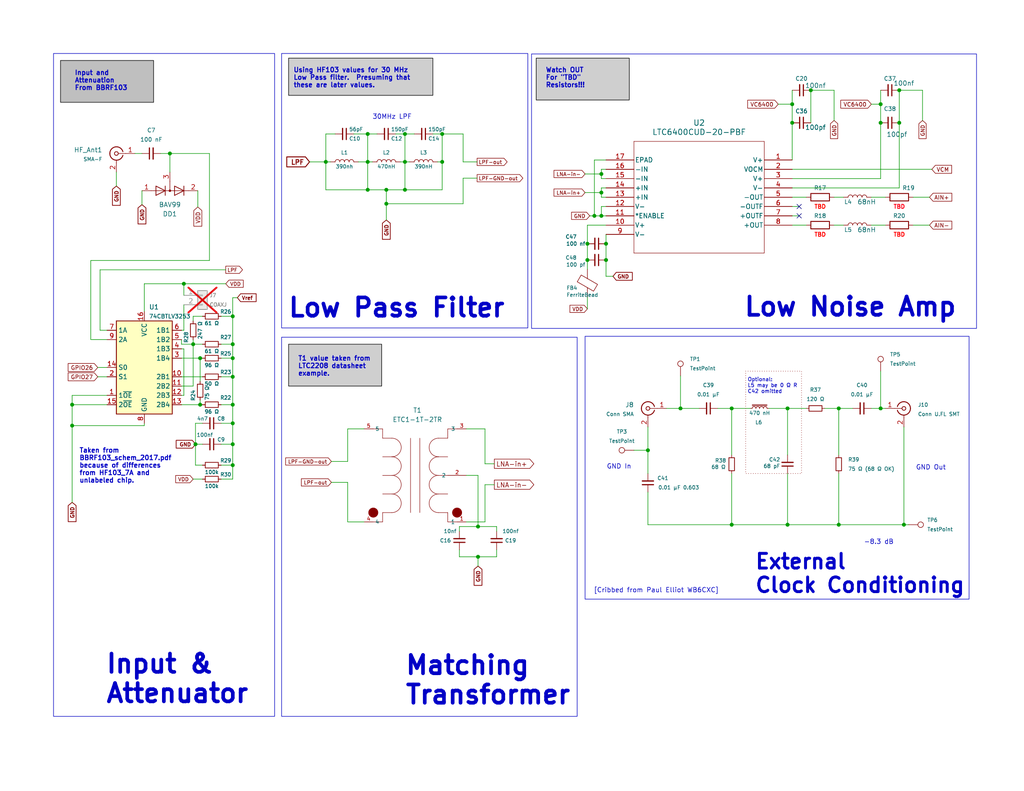
<source format=kicad_sch>
(kicad_sch (version 20231120) (generator "eeschema") (generator_version "8.0")
  (paper "USLetter")
  (title_block (title "XerxesSDR-Dual") (date "2025-04-28") (rev "0.0.1") (company "Dave Witten, KD0EAG; Tom  McDermott, N5EG; Franco Venturi, K4VZ") (comment 2 "[ A Minimalist Rework of HF-103 designed by Oskar Stella, ik1xpv ]") (comment 3 "Infineon/Cypress  FX3 DevKit and LTC2208 and Xilinx XC7-A35T ") (comment 4 "An initial work-in-progress design based on the based on the"))
  (lib_symbols
    (symbol "Analog_Switch:SN74CBT3253"
      (property "Reference" "U" (at -7.62 13.97 0))
      (property "Value" "SN74CBT3253" (at -11.43 -13.97 0))
      (symbol "SN74CBT3253_0_1"
        (rectangle (start -7.62 12.7) (end 7.62 -12.7) (stroke (width 0.254)) (fill (type background)))
        (rectangle (start 7.62 -12.7) (end 7.62 -12.7))
      )
      (symbol "SN74CBT3253_1_1"
        (pin input line (at -10.16 -7.62 0) (length 2.54) (name "1~{OE}") (number "1"))
        (pin bidirectional line (at 10.16 -2.54 180) (length 2.54) (name "2B1") (number "10"))
        (pin bidirectional line (at 10.16 -5.08 180) (length 2.54) (name "2B2") (number "11"))
        (pin bidirectional line (at 10.16 -7.62 180) (length 2.54) (name "2B3") (number "12"))
        (pin bidirectional line (at 10.16 -10.16 180) (length 2.54) (name "2B4") (number "13"))
        (pin input line (at -10.16 0 0) (length 2.54) (name "S0") (number "14"))
        (pin input line (at -10.16 -10.16 0) (length 2.54) (name "2~{OE}") (number "15"))
        (pin power_in line (at 0 15.24 270) (length 2.54) (name "VCC") (number "16"))
        (pin input line (at -10.16 -2.54 0) (length 2.54) (name "S1") (number "2"))
        (pin bidirectional line (at 10.16 2.54 180) (length 2.54) (name "1B4") (number "3"))
        (pin bidirectional line (at 10.16 5.08 180) (length 2.54) (name "1B3") (number "4"))
        (pin bidirectional line (at 10.16 7.62 180) (length 2.54) (name "1B2") (number "5"))
        (pin bidirectional line (at 10.16 10.16 180) (length 2.54) (name "1B1") (number "6"))
        (pin bidirectional line (at -10.16 10.16 0) (length 2.54) (name "1A") (number "7"))
        (pin power_in line (at 0 -15.24 90) (length 2.54) (name "GND") (number "8"))
        (pin bidirectional line (at -10.16 7.62 0) (length 2.54) (name "2A") (number "9"))
      )
    )
    (symbol "Conn_Coaxial_1" (pin_names (offset 1.016) hide)
      (property "Reference" "J" (at 0.254 3.048 0))
      (property "Value" "Conn_Coaxial" (at 2.921 0 90))
      (symbol "Conn_Coaxial_1_0_1"
        (arc (start -1.778 -0.508) (mid 0.2311 -1.8066) (end 1.778 0) (stroke (width 0.254)))
        (polyline (pts (xy -2.54 0) (xy -0.508 0)))
        (polyline (pts (xy 0 -2.54) (xy 0 -1.778)))
        (circle (center 0 0) (radius 0.508) (stroke (width 0.2032)))
        (arc (start 1.778 0) (mid 0.2099 1.8101) (end -1.778 0.508) (stroke (width 0.254)))
      )
      (symbol "Conn_Coaxial_1_1_1"
        (pin passive line (at -5.08 0 0) (length 2.54) (name "In") (number "1"))
        (pin passive line (at 0 -5.08 90) (length 2.54) (name "Ext") (number "2"))
      )
    )
    (symbol "Connector:Conn_Coaxial" (pin_names (offset 1.016) hide)
      (property "Reference" "J" (at 0.254 3.048 0))
      (property "Value" "Conn_Coaxial" (at 2.921 0 90))
      (symbol "Conn_Coaxial_0_1"
        (arc (start -1.778 -0.508) (mid 0.2311 -1.8066) (end 1.778 0) (stroke (width 0.254)))
        (polyline (pts (xy -2.54 0) (xy -0.508 0)))
        (polyline (pts (xy 0 -2.54) (xy 0 -1.778)))
        (circle (center 0 0) (radius 0.508) (stroke (width 0.2032)))
        (arc (start 1.778 0) (mid 0.2099 1.8101) (end -1.778 0.508) (stroke (width 0.254)))
      )
      (symbol "Conn_Coaxial_1_1"
        (pin passive line (at -5.08 0 0) (length 2.54) (name "In") (number "1"))
        (pin passive line (at 0 -5.08 90) (length 2.54) (name "Ext") (number "2"))
      )
    )
    (symbol "Connector:TestPoint" (pin_numbers hide) (pin_names (offset 0.762) hide)
      (property "Reference" "TP" (at 0 6.858 0))
      (property "Value" "TestPoint" (at 0 5.08 0))
      (symbol "TestPoint_0_1"
        (circle (center 0 3.302) (radius 0.762))
      )
      (symbol "TestPoint_1_1"
        (pin passive line (at 0 0 90) (length 2.54) (name "1") (number "1"))
      )
    )
    (symbol "Connector_Generic:Conn_01x02" (pin_names (offset 1.016) hide)
      (property "Reference" "J" (at 0 2.54 0))
      (property "Value" "Conn_01x02" (at 0 -5.08 0))
      (symbol "Conn_01x02_1_1"
        (rectangle (start -1.27 -2.413) (end 0 -2.667) (stroke (width 0.1524)))
        (rectangle (start -1.27 0.127) (end 0 -0.127) (stroke (width 0.1524)))
        (rectangle (start -1.27 1.27) (end 1.27 -3.81) (stroke (width 0.254)) (fill (type background)))
        (pin passive line (at -5.08 0 0) (length 3.81) (name "Pin_1") (number "1"))
        (pin passive line (at -5.08 -2.54 0) (length 3.81) (name "Pin_2") (number "2"))
      )
    )
    (symbol "Device:C_Small" (pin_numbers hide) (pin_names (offset 0.254) hide)
      (property "Reference" "C" (at 0.254 1.778 0))
      (property "Value" "C_Small" (at 0.254 -2.032 0))
      (symbol "C_Small_0_1"
        (polyline (pts (xy -1.524 -0.508) (xy 1.524 -0.508)) (stroke (width 0.3302)))
        (polyline (pts (xy -1.524 0.508) (xy 1.524 0.508)) (stroke (width 0.3048)))
      )
      (symbol "C_Small_1_1"
        (pin passive line (at 0 2.54 270) (length 2.032) (name "~") (number "1"))
        (pin passive line (at 0 -2.54 90) (length 2.032) (name "~") (number "2"))
      )
    )
    (symbol "Device:FerriteBead" (pin_numbers hide) (pin_names (offset 0))
      (property "Reference" "FB" (at -3.81 0.635 90))
      (property "Value" "FerriteBead" (at 3.81 0 90))
      (symbol "FerriteBead_0_1"
        (polyline (pts (xy 0 -1.27) (xy 0 -1.2192)))
        (polyline (pts (xy 0 1.27) (xy 0 1.2954)))
        (polyline (pts (xy -2.7686 0.4064) (xy -1.7018 2.2606) (xy 2.7686 -0.3048) (xy 1.6764 -2.159) (xy -2.7686 0.4064)))
      )
      (symbol "FerriteBead_1_1"
        (pin passive line (at 0 3.81 270) (length 2.54) (name "~") (number "1"))
        (pin passive line (at 0 -3.81 90) (length 2.54) (name "~") (number "2"))
      )
    )
    (symbol "Device:L" (pin_numbers hide) (pin_names (offset 1.016) hide)
      (property "Reference" "L" (at -1.27 0 90))
      (property "Value" "L" (at 1.905 0 90))
      (symbol "L_0_1"
        (arc (start 0 -2.54) (mid 0.6323 -1.905) (end 0 -1.27))
        (arc (start 0 -1.27) (mid 0.6323 -0.635) (end 0 0))
        (arc (start 0 0) (mid 0.6323 0.635) (end 0 1.27))
        (arc (start 0 1.27) (mid 0.6323 1.905) (end 0 2.54))
      )
      (symbol "L_1_1"
        (pin passive line (at 0 3.81 270) (length 1.27) (name "1") (number "1"))
        (pin passive line (at 0 -3.81 90) (length 1.27) (name "2") (number "2"))
      )
    )
    (symbol "Device:L_Iron_Small" (pin_numbers hide) (pin_names (offset 0.254) hide)
      (property "Reference" "L" (at 1.27 1.016 0))
      (property "Value" "L_Iron_Small" (at 1.27 -1.27 0))
      (symbol "L_Iron_Small_0_1"
        (arc (start 0 -2.032) (mid 0.5058 -1.524) (end 0 -1.016))
        (arc (start 0 -1.016) (mid 0.5058 -0.508) (end 0 0))
        (polyline (pts (xy 0.762 2.032) (xy 0.762 -2.032)))
        (polyline (pts (xy 1.016 -2.032) (xy 1.016 2.032)))
        (arc (start 0 0) (mid 0.5058 0.508) (end 0 1.016))
        (arc (start 0 1.016) (mid 0.5058 1.524) (end 0 2.032))
      )
      (symbol "L_Iron_Small_1_1"
        (pin passive line (at 0 2.54 270) (length 0.508) (name "~") (number "1"))
        (pin passive line (at 0 -2.54 90) (length 0.508) (name "~") (number "2"))
      )
    )
    (symbol "Device:R" (pin_numbers hide) (pin_names (offset 0))
      (property "Reference" "R" (at 2.032 0 90))
      (property "Value" "R" (at 0 0 90))
      (symbol "R_0_1"
        (rectangle (start -1.016 -2.54) (end 1.016 2.54) (stroke (width 0.254)))
      )
      (symbol "R_1_1"
        (pin passive line (at 0 3.81 270) (length 1.27) (name "~") (number "1"))
        (pin passive line (at 0 -3.81 90) (length 1.27) (name "~") (number "2"))
      )
    )
    (symbol "Device:R_Small" (pin_numbers hide) (pin_names (offset 0.254) hide)
      (property "Reference" "R" (at 0.762 0.508 0))
      (property "Value" "R_Small" (at 0.762 -1.016 0))
      (symbol "R_Small_0_1"
        (rectangle (start -0.762 1.778) (end 0.762 -1.778) (stroke (width 0.2032)))
      )
      (symbol "R_Small_1_1"
        (pin passive line (at 0 2.54 270) (length 0.762) (name "~") (number "1"))
        (pin passive line (at 0 -2.54 90) (length 0.762) (name "~") (number "2"))
      )
    )
    (symbol "Diode:BAV99" (pin_names hide)
      (property "Reference" "D" (at 0 5.08 0))
      (property "Value" "BAV99" (at 0 2.54 0))
      (symbol "BAV99_0_1"
        (polyline (pts (xy -5.08 0) (xy 5.08 0)))
      )
      (symbol "BAV99_1_1"
        (polyline (pts (xy 0 0) (xy 0 -2.54)))
        (polyline (pts (xy -1.27 -1.27) (xy -1.27 1.27) (xy -1.27 1.27)) (stroke (width 0.2032)))
        (polyline (pts (xy 3.81 1.27) (xy 3.81 -1.27) (xy 3.81 -1.27)) (stroke (width 0.2032)))
        (polyline (pts (xy -3.81 1.27) (xy -1.27 0) (xy -3.81 -1.27) (xy -3.81 1.27) (xy -3.81 1.27) (xy -3.81 1.27)) (stroke (width 0.2032)))
        (polyline (pts (xy 1.27 1.27) (xy 3.81 0) (xy 1.27 -1.27) (xy 1.27 1.27) (xy 1.27 1.27) (xy 1.27 1.27)) (stroke (width 0.2032)))
        (circle (center 0 0) (radius 0.254) (fill (type outline)))
        (pin passive line (at -7.62 0 0) (length 2.54) (name "K") (number "1"))
        (pin passive line (at 7.62 0 180) (length 2.54) (name "A") (number "2"))
        (pin passive line (at 0 -5.08 90) (length 2.54) (name "K") (number "3"))
      )
    )
    (symbol "HF103-redux:LTC6400CUD-20-PBF" (pin_names (offset 0.254))
      (property "Reference" "U" (at 25.4 10.16 0))
      (property "Value" "LTC6400CUD-20-PBF" (at 25.4 7.62 0))
      (symbol "LTC6400CUD-20-PBF_0_1"
        (polyline (pts (xy 7.62 -25.4) (xy 43.18 -25.4)) (stroke (width 0.127)))
        (polyline (pts (xy 7.62 5.08) (xy 7.62 -25.4)) (stroke (width 0.127)))
        (polyline (pts (xy 43.18 -25.4) (xy 43.18 5.08)) (stroke (width 0.127)))
        (polyline (pts (xy 43.18 5.08) (xy 7.62 5.08)) (stroke (width 0.127)))
        (pin power_in line (at 0 0 0) (length 7.62) (name "V+") (number "1"))
        (pin power_in line (at 50.8 -17.78 180) (length 7.62) (name "V+") (number "10"))
        (pin input line (at 50.8 -15.24 180) (length 7.62) (name "*ENABLE") (number "11"))
        (pin power_in line (at 50.8 -12.7 180) (length 7.62) (name "V-") (number "12"))
        (pin input line (at 50.8 -10.16 180) (length 7.62) (name "+IN") (number "13"))
        (pin input line (at 50.8 -7.62 180) (length 7.62) (name "+IN") (number "14"))
        (pin input line (at 50.8 -5.08 180) (length 7.62) (name "-IN") (number "15"))
        (pin input line (at 50.8 -2.54 180) (length 7.62) (name "-IN") (number "16"))
        (pin unspecified line (at 50.8 0 180) (length 7.62) (name "EPAD") (number "17"))
        (pin output line (at 0 -2.54 0) (length 7.62) (name "VOCM") (number "2"))
        (pin power_in line (at 0 -5.08 0) (length 7.62) (name "V+") (number "3"))
        (pin power_in line (at 0 -7.62 0) (length 7.62) (name "V-") (number "4"))
        (pin output line (at 0 -10.16 0) (length 7.62) (name "-OUT") (number "5"))
        (pin output line (at 0 -12.7 0) (length 7.62) (name "-OUTF") (number "6"))
        (pin output line (at 0 -15.24 0) (length 7.62) (name "+OUTF") (number "7"))
        (pin output line (at 0 -17.78 0) (length 7.62) (name "+OUT") (number "8"))
        (pin power_in line (at 50.8 -20.32 180) (length 7.62) (name "V-") (number "9"))
      )
    )
    (symbol "MACOM_ETC1-1T-2TR:ETC1-1T-2TR"
      (property "Reference" "T2" (at 30.48 -0.6667 90))
      (property "Value" "ETC1-1T-2TR" (at 27.94 -0.6667 90))
      (property "Footprint" "MACOM_ETC1-1T-2TR:ETC1-1-13TR_MCM" (at 44.45 -94.92 0))
      (symbol "ETC1-1T-2TR_0_1"
        (polyline (pts (xy 0 -10.16) (xy 0 -12.7)) (stroke (width 0.127)))
        (polyline (pts (xy 0 10.16) (xy 0 7.62)) (stroke (width 0.127)))
        (polyline (pts (xy 2.54 -10.16) (xy 0 -10.16)) (stroke (width 0.127)))
        (polyline (pts (xy 2.54 -7.62) (xy 2.54 -10.16)) (stroke (width 0.127)))
        (polyline (pts (xy 2.54 -2.54) (xy 22.86 -2.54)) (stroke (width 0.127)))
        (polyline (pts (xy 2.54 0) (xy 22.86 0)) (stroke (width 0.127)))
        (polyline (pts (xy 2.54 5.08) (xy 2.54 7.62)) (stroke (width 0.127)))
        (polyline (pts (xy 2.54 7.62) (xy 0 7.62)) (stroke (width 0.127)))
        (polyline (pts (xy 7.62 -7.62) (xy 7.62 -10.16)) (stroke (width 0.127)))
        (polyline (pts (xy 7.62 5.08) (xy 7.62 7.62)) (stroke (width 0.127)))
        (polyline (pts (xy 12.7 -7.62) (xy 12.7 -10.16)) (stroke (width 0.127)))
        (polyline (pts (xy 12.7 5.08) (xy 12.7 7.62)) (stroke (width 0.127)))
        (polyline (pts (xy 17.78 -7.62) (xy 17.78 -10.16)) (stroke (width 0.127)))
        (polyline (pts (xy 17.78 5.08) (xy 17.78 7.62)) (stroke (width 0.127)))
        (polyline (pts (xy 22.86 -10.16) (xy 25.4 -10.16)) (stroke (width 0.127)))
        (polyline (pts (xy 22.86 -7.62) (xy 22.86 -10.16)) (stroke (width 0.127)))
        (polyline (pts (xy 22.86 5.08) (xy 22.86 7.62)) (stroke (width 0.127)))
        (polyline (pts (xy 22.86 7.62) (xy 25.4 7.62)) (stroke (width 0.127)))
        (polyline (pts (xy 25.4 -12.7) (xy 25.4 -10.16)) (stroke (width 0.127)))
        (polyline (pts (xy 25.4 10.16) (xy 25.4 7.62)) (stroke (width 0.127)))
        (arc (start 2.54 5.08) (mid 5.08 2.551) (end 7.62 5.08) (stroke (width 0.127)))
        (arc (start 7.62 -7.62) (mid 5.08 -5.091) (end 2.54 -7.62) (stroke (width 0.127)))
        (arc (start 7.62 5.08) (mid 10.16 2.551) (end 12.7 5.08) (stroke (width 0.127)))
        (arc (start 12.7 -7.62) (mid 10.16 -5.091) (end 7.62 -7.62) (stroke (width 0.127)))
        (arc (start 12.7 5.08) (mid 15.24 2.551) (end 17.78 5.08) (stroke (width 0.127)))
        (arc (start 17.78 -7.62) (mid 15.24 -5.091) (end 12.7 -7.62) (stroke (width 0.127)))
        (arc (start 17.78 5.08) (mid 20.32 2.551) (end 22.86 5.08) (stroke (width 0.127)))
        (arc (start 22.86 -7.62) (mid 20.32 -5.091) (end 17.78 -7.62) (stroke (width 0.127)))
      )
      (symbol "ETC1-1T-2TR_1_1"
        (circle (center 2.54 -12.7) (radius 1.27) (fill (type outline)))
        (circle (center 2.54 10.16) (radius 1.27) (fill (type outline)))
        (pin passive line (at 0 12.7 270) (length 2.54) (name "1") (number "1"))
        (pin passive line (at 12.7 12.7 270) (length 5.08) (name "2") (number "2"))
        (pin passive line (at 25.4 12.7 270) (length 2.54) (name "3") (number "3"))
        (pin passive line (at 0 -15.24 90) (length 2.54) (name "4") (number "4"))
        (pin passive line (at 25.4 -15.24 90) (length 2.54) (name "5") (number "5"))
      )
    )
  )
  (junction (at 216.154 28.448))
  (junction (at 228.854 143.256))
  (junction (at 63.5 115.57))
  (junction (at 100.33 51.816))
  (junction (at 63.5 110.49))
  (junction (at 176.784 122.936))
  (junction (at 54.61 97.79))
  (junction (at 63.5 102.87))
  (junction (at 130.429 152.019))
  (junction (at 52.705 93.98))
  (junction (at 19.685 116.205))
  (junction (at 240.284 111.506))
  (junction (at 130.429 143.764))
  (junction (at 216.154 33.528))
  (junction (at 110.49 44.196))
  (junction (at 63.5 127))
  (junction (at 46.355 41.91))
  (junction (at 199.644 143.256))
  (junction (at 100.33 36.576))
  (junction (at 120.65 44.196))
  (junction (at 63.5 93.98))
  (junction (at 120.65 36.576))
  (junction (at 63.5 86.36))
  (junction (at 162.179 58.928))
  (junction (at 54.61 110.49))
  (junction (at 245.364 24.638))
  (junction (at 160.274 66.548))
  (junction (at 100.33 44.196))
  (junction (at 214.884 111.506))
  (junction (at 164.084 58.928))
  (junction (at 228.854 111.506))
  (junction (at 50.165 77.47))
  (junction (at 199.644 111.506))
  (junction (at 105.41 55.626))
  (junction (at 240.284 28.448))
  (junction (at 19.685 110.49))
  (junction (at 164.084 52.578))
  (junction (at 88.9 44.196))
  (junction (at 240.284 33.528))
  (junction (at 110.49 36.576))
  (junction (at 63.5 97.79))
  (junction (at 160.274 70.993))
  (junction (at 165.354 66.548))
  (junction (at 246.634 143.256))
  (junction (at 164.084 47.498))
  (junction (at 221.234 24.638))
  (junction (at 53.34 121.285))
  (junction (at 185.674 111.506))
  (junction (at 214.884 143.256))
  (junction (at 110.49 51.816))
  (junction (at 105.41 51.816))
  (junction (at 165.354 70.993))
  (junction (at 245.364 33.528))
  (junction (at 63.5 121.285))
  (no_connect (at 218.059 56.388))
  (no_connect (at 218.059 58.928))
  (wire (pts (xy 251.714 32.893) (xy 251.714 24.638)))
  (wire (pts (xy 60.325 93.98) (xy 63.5 93.98)))
  (wire (pts (xy 125.349 150.114) (xy 125.349 152.019)))
  (wire (pts (xy 46.355 41.91) (xy 46.355 46.99)))
  (wire (pts (xy 159.639 47.498) (xy 164.084 47.498)))
  (wire (pts (xy 249.174 61.468) (xy 253.619 61.468)))
  (wire (pts (xy 110.49 44.196) (xy 111.76 44.196)))
  (wire (pts (xy 52.705 93.98) (xy 52.705 105.41)))
  (wire (pts (xy 227.584 32.893) (xy 227.584 24.638)))
  (wire (pts (xy 130.429 143.764) (xy 135.509 143.764)))
  (wire (pts (xy 216.154 56.388) (xy 218.059 56.388)))
  (wire (pts (xy 159.639 52.578) (xy 164.084 52.578)))
  (wire (pts (xy 176.784 143.256) (xy 199.644 143.256)))
  (wire (pts (xy 225.044 111.506) (xy 228.854 111.506)))
  (wire (pts (xy 125.349 143.764) (xy 125.349 145.034)))
  (wire (pts (xy 57.15 41.91) (xy 57.15 71.12)))
  (wire (pts (xy 49.53 93.98) (xy 49.53 92.71)))
  (wire (pts (xy 126.365 44.196) (xy 126.365 36.576)))
  (wire (pts (xy 130.429 129.794) (xy 127.254 129.794)))
  (wire (pts (xy 160.274 61.468) (xy 160.274 66.548)))
  (wire (pts (xy 94.869 142.494) (xy 99.314 142.494)))
  (wire (pts (xy 109.22 44.196) (xy 110.49 44.196)))
  (wire (pts (xy 199.644 143.256) (xy 214.884 143.256)))
  (wire (pts (xy 245.364 24.638) (xy 245.364 33.528)))
  (wire (pts (xy 172.974 122.936) (xy 176.784 122.936)))
  (wire (pts (xy 227.584 53.848) (xy 230.124 53.848)))
  (wire (pts (xy 195.834 111.506) (xy 199.644 111.506)))
  (wire (pts (xy 24.765 92.71) (xy 29.21 92.71)))
  (wire (pts (xy 164.084 47.498) (xy 164.084 48.768)))
  (wire (pts (xy 130.429 154.559) (xy 130.429 152.019)))
  (wire (pts (xy 53.34 121.285) (xy 55.245 121.285)))
  (wire (pts (xy 60.325 130.81) (xy 63.5 130.81)))
  (wire (pts (xy 132.334 132.334) (xy 134.874 132.334)))
  (wire (pts (xy 19.685 110.49) (xy 29.21 110.49)))
  (wire (pts (xy 240.284 111.506) (xy 241.554 111.506)))
  (wire (pts (xy 100.33 44.196) (xy 101.6 44.196)))
  (wire (pts (xy 63.5 97.79) (xy 63.5 102.87)))
  (wire (pts (xy 19.685 107.95) (xy 19.685 110.49)))
  (wire (pts (xy 246.634 116.586) (xy 246.634 143.256)))
  (wire (pts (xy 39.37 77.47) (xy 50.165 77.47)))
  (wire (pts (xy 63.5 102.87) (xy 63.5 110.49)))
  (wire (pts (xy 60.325 115.57) (xy 63.5 115.57)))
  (wire (pts (xy 100.33 36.576) (xy 100.33 44.196)))
  (wire (pts (xy 127.254 117.094) (xy 132.334 117.094)))
  (wire (pts (xy 240.284 28.448) (xy 240.284 33.528)))
  (wire (pts (xy 107.95 36.576) (xy 110.49 36.576)))
  (wire (pts (xy 49.53 93.98) (xy 52.705 93.98)))
  (wire (pts (xy 52.705 86.36) (xy 55.245 86.36)))
  (wire (pts (xy 100.33 51.816) (xy 105.41 51.816)))
  (wire (pts (xy 88.9 44.196) (xy 90.17 44.196)))
  (wire (pts (xy 50.165 95.25) (xy 49.53 95.25)))
  (wire (pts (xy 165.354 66.548) (xy 165.354 70.993)))
  (wire (pts (xy 176.784 116.586) (xy 176.784 122.936)))
  (wire (pts (xy 54.61 109.22) (xy 54.61 110.49)))
  (wire (pts (xy 63.5 127) (xy 63.5 130.81)))
  (wire (pts (xy 160.274 66.548) (xy 160.274 70.993)))
  (wire (pts (xy 246.634 143.256) (xy 247.904 143.256)))
  (wire (pts (xy 105.41 51.816) (xy 105.41 55.626)))
  (wire (pts (xy 214.884 129.286) (xy 214.884 143.256)))
  (wire (pts (xy 27.305 90.17) (xy 27.305 73.66)))
  (wire (pts (xy 19.685 107.95) (xy 29.21 107.95)))
  (wire (pts (xy 110.49 51.816) (xy 120.65 51.816)))
  (wire (pts (xy 216.154 28.448) (xy 216.154 33.528)))
  (wire (pts (xy 216.154 58.928) (xy 218.059 58.928)))
  (wire (pts (xy 120.65 44.196) (xy 119.38 44.196)))
  (wire (pts (xy 164.084 48.768) (xy 165.354 48.768)))
  (wire (pts (xy 52.705 92.71) (xy 52.705 93.98)))
  (wire (pts (xy 162.179 43.688) (xy 162.179 58.928)))
  (wire (pts (xy 60.325 121.285) (xy 63.5 121.285)))
  (wire (pts (xy 199.644 129.286) (xy 199.644 143.256)))
  (wire (pts (xy 249.174 53.848) (xy 253.619 53.848)))
  (wire (pts (xy 126.365 44.196) (xy 130.175 44.196)))
  (wire (pts (xy 100.33 44.196) (xy 100.33 51.816)))
  (wire (pts (xy 120.65 44.196) (xy 120.65 51.816)))
  (wire (pts (xy 165.354 56.388) (xy 164.084 56.388)))
  (wire (pts (xy 214.884 111.506) (xy 214.884 124.206)))
  (wire (pts (xy 53.975 52.07) (xy 53.975 56.515)))
  (wire (pts (xy 216.154 53.848) (xy 219.964 53.848)))
  (wire (pts (xy 216.154 51.308) (xy 245.364 51.308)))
  (wire (pts (xy 245.364 33.528) (xy 245.364 51.308)))
  (wire (pts (xy 60.325 97.79) (xy 63.5 97.79)))
  (wire (pts (xy 160.909 58.928) (xy 162.179 58.928)))
  (wire (pts (xy 52.705 130.81) (xy 55.245 130.81)))
  (wire (pts (xy 110.49 36.576) (xy 110.49 44.196)))
  (wire (pts (xy 94.869 125.984) (xy 94.869 117.094)))
  (wire (pts (xy 130.429 143.764) (xy 130.429 129.794)))
  (wire (pts (xy 110.49 36.576) (xy 113.03 36.576)))
  (wire (pts (xy 97.79 44.196) (xy 100.33 44.196)))
  (wire (pts (xy 94.869 117.094) (xy 99.314 117.094)))
  (wire (pts (xy 126.365 36.576) (xy 120.65 36.576)))
  (wire (pts (xy 19.685 116.205) (xy 19.685 137.16)))
  (wire (pts (xy 237.744 111.506) (xy 240.284 111.506)))
  (wire (pts (xy 165.354 46.228) (xy 164.084 46.228)))
  (wire (pts (xy 125.349 143.764) (xy 130.429 143.764)))
  (wire (pts (xy 185.674 102.616) (xy 185.674 111.506)))
  (wire (pts (xy 31.75 46.99) (xy 31.75 50.8)))
  (wire (pts (xy 237.744 53.848) (xy 241.554 53.848)))
  (wire (pts (xy 214.884 143.256) (xy 228.854 143.256)))
  (wire (pts (xy 164.084 51.308) (xy 164.084 52.578)))
  (wire (pts (xy 110.49 44.196) (xy 110.49 51.816)))
  (wire (pts (xy 240.284 101.346) (xy 240.284 111.506)))
  (wire (pts (xy 160.274 70.993) (xy 160.274 73.533)))
  (wire (pts (xy 53.34 121.285) (xy 53.34 127)))
  (wire (pts (xy 49.53 105.41) (xy 52.705 105.41)))
  (wire (pts (xy 176.784 134.366) (xy 176.784 143.256)))
  (wire (pts (xy 36.83 41.91) (xy 38.735 41.91)))
  (wire (pts (xy 240.284 33.528) (xy 240.284 48.768)))
  (wire (pts (xy 55.245 115.57) (xy 53.34 115.57)))
  (wire (pts (xy 52.705 87.63) (xy 52.705 86.36)))
  (wire (pts (xy 90.424 131.699) (xy 94.869 131.699)))
  (wire (pts (xy 132.334 132.334) (xy 132.334 142.494)))
  (wire (pts (xy 221.234 33.528) (xy 221.234 24.638)))
  (wire (pts (xy 19.685 110.49) (xy 19.685 116.205)))
  (wire (pts (xy 43.815 41.91) (xy 46.355 41.91)))
  (wire (pts (xy 63.5 115.57) (xy 63.5 121.285)))
  (wire (pts (xy 240.284 24.638) (xy 240.284 28.448)))
  (wire (pts (xy 60.325 86.36) (xy 63.5 86.36)))
  (wire (pts (xy 165.354 64.008) (xy 165.354 66.548)))
  (wire (pts (xy 127.254 142.494) (xy 132.334 142.494)))
  (wire (pts (xy 118.11 36.576) (xy 120.65 36.576)))
  (wire (pts (xy 63.5 81.28) (xy 64.77 81.28)))
  (wire (pts (xy 130.429 152.019) (xy 125.349 152.019)))
  (wire (pts (xy 181.864 111.506) (xy 185.674 111.506)))
  (wire (pts (xy 126.365 55.626) (xy 126.365 48.641)))
  (wire (pts (xy 216.154 61.468) (xy 219.964 61.468)))
  (wire (pts (xy 237.744 61.468) (xy 241.554 61.468)))
  (wire (pts (xy 27.305 73.66) (xy 61.595 73.66)))
  (wire (pts (xy 63.5 121.285) (xy 63.5 127)))
  (wire (pts (xy 135.509 150.114) (xy 135.509 152.019)))
  (wire (pts (xy 88.9 44.196) (xy 88.9 51.816)))
  (wire (pts (xy 165.354 75.438) (xy 165.354 70.993)))
  (wire (pts (xy 63.5 93.98) (xy 63.5 97.79)))
  (wire (pts (xy 50.165 107.95) (xy 50.165 95.25)))
  (wire (pts (xy 228.854 129.286) (xy 228.854 143.256)))
  (wire (pts (xy 90.424 125.984) (xy 94.869 125.984)))
  (wire (pts (xy 216.154 24.638) (xy 216.154 28.448)))
  (wire (pts (xy 228.854 143.256) (xy 246.634 143.256)))
  (wire (pts (xy 50.165 83.185) (xy 50.165 90.17)))
  (wire (pts (xy 60.325 127) (xy 63.5 127)))
  (wire (pts (xy 52.705 93.98) (xy 55.245 93.98)))
  (wire (pts (xy 26.67 102.87) (xy 29.21 102.87)))
  (wire (pts (xy 227.584 61.468) (xy 230.124 61.468)))
  (wire (pts (xy 27.305 90.17) (xy 29.21 90.17)))
  (wire (pts (xy 105.41 55.626) (xy 126.365 55.626)))
  (wire (pts (xy 164.084 52.578) (xy 164.084 53.848)))
  (wire (pts (xy 94.869 142.494) (xy 94.869 131.699)))
  (wire (pts (xy 130.429 152.019) (xy 135.509 152.019)))
  (wire (pts (xy 162.179 58.928) (xy 164.084 58.928)))
  (wire (pts (xy 63.5 86.36) (xy 63.5 93.98)))
  (wire (pts (xy 49.53 102.87) (xy 55.245 102.87)))
  (wire (pts (xy 50.165 77.47) (xy 61.595 77.47)))
  (wire (pts (xy 216.154 46.228) (xy 254.254 46.228)))
  (wire (pts (xy 237.744 28.448) (xy 240.284 28.448)))
  (wire (pts (xy 24.765 71.12) (xy 24.765 92.71)))
  (wire (pts (xy 96.52 36.576) (xy 100.33 36.576)))
  (wire (pts (xy 212.344 28.448) (xy 216.154 28.448)))
  (wire (pts (xy 46.355 41.91) (xy 57.15 41.91)))
  (wire (pts (xy 100.33 36.576) (xy 102.87 36.576)))
  (wire (pts (xy 105.41 51.816) (xy 110.49 51.816)))
  (wire (pts (xy 165.354 61.468) (xy 160.274 61.468)))
  (wire (pts (xy 24.765 71.12) (xy 57.15 71.12)))
  (wire (pts (xy 251.714 24.638) (xy 245.364 24.638)))
  (wire (pts (xy 164.084 46.228) (xy 164.084 47.498)))
  (wire (pts (xy 53.34 115.57) (xy 53.34 121.285)))
  (wire (pts (xy 120.65 36.576) (xy 120.65 44.196)))
  (wire (pts (xy 88.9 36.576) (xy 88.9 44.196)))
  (wire (pts (xy 126.365 48.641) (xy 130.175 48.641)))
  (wire (pts (xy 164.084 56.388) (xy 164.084 58.928)))
  (wire (pts (xy 199.644 111.506) (xy 204.724 111.506)))
  (wire (pts (xy 49.53 90.17) (xy 50.165 90.17)))
  (wire (pts (xy 185.674 111.506) (xy 190.754 111.506)))
  (wire (pts (xy 165.354 43.688) (xy 162.179 43.688)))
  (wire (pts (xy 214.884 111.506) (xy 219.964 111.506)))
  (wire (pts (xy 53.34 127) (xy 55.245 127)))
  (wire (pts (xy 165.354 51.308) (xy 164.084 51.308)))
  (wire (pts (xy 60.325 102.87) (xy 63.5 102.87)))
  (wire (pts (xy 39.37 77.47) (xy 39.37 85.09)))
  (wire (pts (xy 167.259 75.438) (xy 165.354 75.438)))
  (wire (pts (xy 228.854 111.506) (xy 232.664 111.506)))
  (wire (pts (xy 50.165 77.47) (xy 50.165 80.645)))
  (wire (pts (xy 49.53 110.49) (xy 54.61 110.49)))
  (wire (pts (xy 176.784 122.936) (xy 176.784 129.286)))
  (wire (pts (xy 164.084 58.928) (xy 165.354 58.928)))
  (wire (pts (xy 160.274 81.153) (xy 160.274 84.328)))
  (wire (pts (xy 38.735 52.07) (xy 38.735 55.88)))
  (wire (pts (xy 19.685 116.205) (xy 39.37 116.205)))
  (wire (pts (xy 228.854 111.506) (xy 228.854 124.206)))
  (wire (pts (xy 105.41 55.626) (xy 105.41 60.071)))
  (wire (pts (xy 209.804 111.506) (xy 214.884 111.506)))
  (wire (pts (xy 227.584 24.638) (xy 221.234 24.638)))
  (wire (pts (xy 199.644 111.506) (xy 199.644 124.206)))
  (wire (pts (xy 60.325 110.49) (xy 63.5 110.49)))
  (wire (pts (xy 164.084 53.848) (xy 165.354 53.848)))
  (wire (pts (xy 49.53 97.79) (xy 54.61 97.79)))
  (wire (pts (xy 84.455 44.196) (xy 88.9 44.196)))
  (wire (pts (xy 49.53 107.95) (xy 50.165 107.95)))
  (wire (pts (xy 135.509 143.764) (xy 135.509 145.034)))
  (wire (pts (xy 88.9 51.816) (xy 100.33 51.816)))
  (wire (pts (xy 54.61 110.49) (xy 55.245 110.49)))
  (wire (pts (xy 216.154 48.768) (xy 240.284 48.768)))
  (wire (pts (xy 39.37 115.57) (xy 39.37 116.205)))
  (wire (pts (xy 216.154 33.528) (xy 216.154 43.688)))
  (wire (pts (xy 134.874 126.619) (xy 132.334 126.619)))
  (wire (pts (xy 63.5 86.36) (xy 63.5 81.28)))
  (wire (pts (xy 132.334 126.619) (xy 132.334 117.094)))
  (wire (pts (xy 63.5 110.49) (xy 63.5 115.57)))
  (wire (pts (xy 54.61 97.79) (xy 54.61 104.14)))
  (wire (pts (xy 26.67 100.33) (xy 29.21 100.33)))
  (wire (pts (xy 88.9 36.576) (xy 91.44 36.576)))
  (wire (pts (xy 54.61 97.79) (xy 55.245 97.79)))
  (rectangle (start 203.454 101.346) (end 218.694 129.286) (stroke (width 0) (type dot) (color 132 0 0 0.42)))
  (rectangle (start 76.835 92.075) (end 157.48 195.58))
  (rectangle (start 78.74 15.875) (end 118.11 26.035) (stroke (width 0) (color 0 0 0 1)) (fill (type color) (color 0 0 0 0.19)))
  (rectangle (start 78.74 93.98) (end 104.14 105.41) (stroke (width 0) (color 0 0 0 1)) (fill (type color) (color 0 0 0 0.19)))
  (rectangle (start 14.605 14.605) (end 74.93 195.58))
  (rectangle (start 76.835 14.605) (end 144.018 89.535))
  (rectangle (start 145.034 14.732) (end 266.446 89.662))
  (rectangle (start 16.51 16.51) (end 41.91 27.94) (stroke (width 0) (color 0 0 0 1)) (fill (type color) (color 72 72 72 0.35)))
  (rectangle (start 146.304 15.875) (end 171.704 27.305) (stroke (width 0) (color 0 0 0 1)) (fill (type color) (color 0 0 0 0.19)))
  (rectangle (start 159.639 91.821) (end 264.414 163.576))
  (text "Using HF103 values for 30 MHz\nLow Pass filter.  Presuming that\nthese are later values." (at 80.01 24.13 0) (effects (font (size 1.27 1.27) (bold yes)) (justify left bottom)))
  (text "-8.3 dB" (at 239.776 148.082 0) (effects (font (size 1.27 1.27))))
  (text "Optional:\nL5 may be 0 Ω R\nC42 omitted" (at 203.962 105.41 0) (effects (font (size 1 1)) (justify left)))
  (text "Low Pass Filter" (at 138.176 87.122 0) (effects (font (size 5 5) (thickness 1) (bold yes)) (justify right bottom)))
  (text "Low Noise Amp" (at 261.366 86.868 0) (effects (font (size 5 5) (bold yes)) (justify right bottom)))
  (text "T1 value taken from \nLTC2208 datasheet \nexample." (at 81.28 102.87 0) (effects (font (size 1.27 1.27) (bold yes)) (justify left bottom)))
  (text "GND In" (at 168.91 127.508 0) (effects (font (size 1.27 1.27))))
  (text "Input and\nAttenuation\nFrom BBRF103" (at 20.32 24.892 0) (effects (font (size 1.27 1.27) (bold yes)) (justify left bottom)))
  (text "Input &\nAttenuator" (at 28.575 192.405 0) (effects (font (size 5 5) (bold yes)) (justify left bottom)))
  (text "Taken from \nBBRF103_schem_2017.pdf\nbecause of differences \nfrom HF103_7A and \nunlabeled chip.\n" (at 21.59 132.08 0) (effects (font (size 1.27 1.27) (thickness 0.254) (bold yes)) (justify left bottom)))
  (text "GND Out" (at 254 127.762 0) (effects (font (size 1.27 1.27))))
  (text "External \nClock Conditioning" (at 205.74 162.306 0) (effects (font (size 4 4) (bold yes)) (justify left bottom)))
  (text "Watch OUT\nFor \"TBD\" \nResistors!!!" (at 148.844 24.13 0) (effects (font (size 1.27 1.27) (bold yes)) (justify left bottom)))
  (text "Matching\nTransformer" (at 110.236 192.786 0) (effects (font (size 5 5) (bold yes)) (justify left bottom)))
  (text "[Cribbed from Paul Elliot WB6CXC]" (at 179.07 161.29 0) (effects (font (size 1.27 1.27))))
  (text "30MHz LPF" (at 101.6 32.766 0) (effects (font (size 1.27 1.27)) (justify left bottom)))
  (global_label "GND" (shape input) (at 53.34 121.285 180) (effects (font (size 1 1) (bold yes))) (property "Intersheetrefs" "${INTERSHEET_REFS}" (at 47.5671 121.285 0) (effects (justify right))))
  (global_label "VDD" (shape input) (at 53.975 56.515 270) (effects (font (size 1.1 1.1))) (property "Intersheetrefs" "${INTERSHEET_REFS}" (at 53.975 62.1744 90) (effects (justify right))))
  (global_label "VC6400" (shape input) (at 237.744 28.448 180) (effects (font (size 1.1 1.1))) (property "Intersheetrefs" "${INTERSHEET_REFS}" (at 228.9942 28.448 0) (effects (justify right))))
  (global_label "GND" (shape input) (at 19.685 137.16 270) (effects (font (size 1 1) (bold yes))) (property "Intersheetrefs" "${INTERSHEET_REFS}" (at 19.685 142.9329 90) (effects (justify right))))
  (global_label "LNA-in+" (shape output) (at 134.874 126.619 0) (property "Intersheetrefs" "${INTERSHEET_REFS}" (at 146.205 126.619 0) (effects (justify left))))
  (global_label "AIN+" (shape input) (at 253.619 53.848 0) (effects (font (size 1.1 1.1))) (property "Intersheetrefs" "${INTERSHEET_REFS}" (at 260.1165 53.848 0) (effects (justify left))))
  (global_label "LPF" (shape input) (at 84.455 44.196 180) (effects (font (thickness 0.254) (bold yes))) (property "Intersheetrefs" "${INTERSHEET_REFS}" (at 77.6071 44.196 0) (effects (justify right))))
  (global_label "LNA-in+" (shape input) (at 159.639 52.578 180) (effects (font (size 1 1))) (property "Intersheetrefs" "${INTERSHEET_REFS}" (at 150.7173 52.578 0) (effects (justify right))))
  (global_label "LPF-GND-out" (shape output) (at 130.175 48.641 0) (effects (font (size 1 1))) (property "Intersheetrefs" "${INTERSHEET_REFS}" (at 143.0967 48.641 0) (effects (justify left))))
  (global_label "GND" (shape input) (at 31.75 50.8 270) (effects (font (size 1 1) (bold yes))) (property "Intersheetrefs" "${INTERSHEET_REFS}" (at 31.75 56.5729 90) (effects (justify right))))
  (global_label "GND" (shape input) (at 167.259 75.438 0) (effects (font (size 1 1) (thickness 0.2) (bold yes))) (property "Intersheetrefs" "${INTERSHEET_REFS}" (at 173.0319 75.438 0) (effects (justify left))))
  (global_label "GND" (shape input) (at 38.735 55.88 270) (effects (font (size 1 1) (bold yes))) (property "Intersheetrefs" "${INTERSHEET_REFS}" (at 38.735 61.6529 90) (effects (justify right))))
  (global_label "GND" (shape input) (at 105.41 60.071 270) (effects (font (size 1 1) (bold yes))) (property "Intersheetrefs" "${INTERSHEET_REFS}" (at 105.41 65.8439 90) (effects (justify right))))
  (global_label "GPIO27" (shape input) (at 26.67 102.87 180) (effects (font (size 1.1 1.1))) (property "Intersheetrefs" "${INTERSHEET_REFS}" (at 18.1821 102.87 0) (effects (justify right))))
  (global_label "VCM" (shape input) (at 254.254 46.228 0) (effects (font (size 1.1 1.1))) (property "Intersheetrefs" "${INTERSHEET_REFS}" (at 260.0705 46.228 0) (effects (justify left))))
  (global_label "VDD" (shape input) (at 160.274 84.328 180) (effects (font (size 1 1))) (property "Intersheetrefs" "${INTERSHEET_REFS}" (at 155.0666 84.328 0) (effects (justify right))))
  (global_label "GND" (shape input) (at 160.909 58.928 180) (effects (font (size 1 1))) (property "Intersheetrefs" "${INTERSHEET_REFS}" (at 155.5111 58.928 0) (effects (justify right))))
  (global_label "LNA-in-" (shape output) (at 134.874 132.334 0) (property "Intersheetrefs" "${INTERSHEET_REFS}" (at 146.205 132.334 0) (effects (justify left))))
  (global_label "AIN-" (shape input) (at 253.619 61.468 0) (effects (font (size 1.1 1.1))) (property "Intersheetrefs" "${INTERSHEET_REFS}" (at 260.1165 61.468 0) (effects (justify left))))
  (global_label "LNA-in-" (shape input) (at 159.639 47.498 180) (effects (font (size 1 1))) (property "Intersheetrefs" "${INTERSHEET_REFS}" (at 150.7173 47.498 0) (effects (justify right))))
  (global_label "VC6400" (shape input) (at 212.344 28.448 180) (effects (font (size 1.1 1.1))) (property "Intersheetrefs" "${INTERSHEET_REFS}" (at 203.5942 28.448 0) (effects (justify right))))
  (global_label "VDD" (shape input) (at 52.705 130.81 180) (effects (font (size 1 1))) (property "Intersheetrefs" "${INTERSHEET_REFS}" (at 47.4976 130.81 0) (effects (justify right))))
  (global_label "LPF-GND-out" (shape input) (at 90.424 125.984 180) (effects (font (size 1 1))) (property "Intersheetrefs" "${INTERSHEET_REFS}" (at 77.5023 125.984 0) (effects (justify right))))
  (global_label "GND" (shape input) (at 227.584 32.893 270) (effects (font (size 1 1))) (property "Intersheetrefs" "${INTERSHEET_REFS}" (at 227.584 38.2909 90) (effects (justify right))))
  (global_label "LPF" (shape output) (at 61.595 73.66 0) (effects (font (size 1 1))) (property "Intersheetrefs" "${INTERSHEET_REFS}" (at 66.6119 73.66 0) (effects (justify left))))
  (global_label "GND" (shape input) (at 251.714 32.893 270) (effects (font (size 1 1))) (property "Intersheetrefs" "${INTERSHEET_REFS}" (at 251.714 38.2909 90) (effects (justify right))))
  (global_label "GND" (shape input) (at 130.429 154.559 270) (effects (font (size 1 1) (bold yes))) (property "Intersheetrefs" "${INTERSHEET_REFS}" (at 130.429 160.3319 90) (effects (justify right))))
  (global_label "LPF-out" (shape input) (at 90.424 131.699 180) (effects (font (size 1 1))) (property "Intersheetrefs" "${INTERSHEET_REFS}" (at 81.788 131.699 0) (effects (justify right))))
  (global_label "Vref" (shape input) (at 64.77 81.28 0) (effects (font (size 1 1) (bold yes))) (property "Intersheetrefs" "${INTERSHEET_REFS}" (at 70.3999 81.28 0) (effects (justify left))))
  (global_label "LPF-out" (shape output) (at 130.175 44.196 0) (effects (font (size 1 1))) (property "Intersheetrefs" "${INTERSHEET_REFS}" (at 138.811 44.196 0) (effects (justify left))))
  (global_label "VDD" (shape input) (at 61.595 77.47 0) (effects (font (size 1 1))) (property "Intersheetrefs" "${INTERSHEET_REFS}" (at 66.8024 77.47 0) (effects (justify left))))
  (global_label "GPIO26" (shape input) (at 26.67 100.33 180) (effects (font (size 1.1 1.1))) (property "Intersheetrefs" "${INTERSHEET_REFS}" (at 18.1821 100.33 0) (effects (justify right))))
  (symbol (lib_id "Device:L") (at 105.41 44.196 90) (unit 1)
    (property "Reference" "L2" (at 105.41 41.656 90) (effects (font (size 1 1))))
    (property "Value" "470nH" (at 105.41 45.466 90) (effects (font (size 1 1))))
    (property "Footprint" "Inductor_SMD:L_0603_1608Metric" (effects (hide yes)))
    (instances (project "ClemSDR-Min_Modules_v4 (bis).kicad_pro" (path "" (reference "L2") (unit 1))) (project "HF103-redux" (path "" (reference "L4") (unit 1))))
  )
  (symbol (lib_id "Device:R_Small") (at 228.854 126.746 0) (unit 1)
    (property "Reference" "R39" (at 231.394 125.476 0) (effects (font (size 1 1)) (justify left)))
    (property "Value" "75 Ω (68 Ω OK)" (at 231.394 128.016 0) (effects (font (size 1 1)) (justify left)))
    (property "Description" "Resistor, small symbol" (effects (hide yes)))
  )
  (symbol (lib_id "Device:L") (at 233.934 61.468 90) (unit 1)
    (property "Reference" "L5" (at 231.394 62.738 90) (effects (font (size 1.1 1.1))))
    (property "Value" "68nH" (at 236.474 62.738 90))
    (property "Footprint" "Inductor_SMD:L_0603_1608Metric" (effects (hide yes)))
    (instances (project "ClemSDR-Min_Modules_v4 (bis).kicad_pro" (path "" (reference "L5") (unit 1))) (project "HF103-redux" (path "" (reference "L3") (unit 1))))
  )
  (symbol (lib_id "Connector:TestPoint") (at 185.674 102.616 0) (unit 1)
    (property "Reference" "TP1" (at 188.214 98.044 0) (effects (font (size 1 1)) (justify left)))
    (property "Value" "TestPoint" (at 188.214 100.584 0) (effects (font (size 1 1)) (justify left)))
    (property "Description" "test point" (effects (hide yes)))
  )
  (symbol (lib_id "Device:C_Small") (at 242.824 33.528 270) (unit 1)
    (property "Reference" "C38" (at 242.824 29.718 90) (effects (font (size 1.1 1.1))))
    (property "Value" "100pf" (at 244.729 36.703 90))
    (property "Footprint" "Capacitor_SMD:C_0603_1608Metric" (effects (hide yes)))
    (instances (project "ClemSDR-Min_Modules_v4 (bis).kicad_pro" (path "" (reference "C38") (unit 1))) (project "HF103-redux" (path "" (reference "C42") (unit 1))))
  )
  (symbol (lib_id "Device:R") (at 223.774 61.468 270) (unit 1)
    (property "Reference" "R18" (at 223.774 58.928 90) (effects (font (size 1.1 1.1))))
    (property "Value" "TBD" (at 223.774 64.008 90) (effects (font (size 1.1 1.1) (bold yes))))
    (property "Footprint" "Resistor_SMD:R_0603_1608Metric" (effects (hide yes)))
    (instances (project "ClemSDR-Min_Modules_v4 (bis).kicad_pro" (path "" (reference "R18") (unit 1))) (project "HF103-redux" (path "" (reference "R17") (unit 1))))
  )
  (symbol (lib_id "Device:C_Small") (at 115.57 36.576 270) (unit 1)
    (property "Reference" "C14" (at 116.84 37.846 90) (effects (font (size 1 1)) (justify left)))
    (property "Value" "150pF" (at 116.84 35.306 90) (effects (font (size 1 1)) (justify left)))
    (property "Footprint" "Capacitor_SMD:C_0603_1608Metric" (effects (hide yes)))
    (instances (project "ClemSDR-Min_Modules_v4 (bis).kicad_pro" (path "" (reference "C14") (unit 1))) (project "HF103-redux" (path "" (reference "C60") (unit 1))))
  )
  (symbol (lib_id "Device:FerriteBead") (at 160.274 77.343 0) (unit 1)
    (property "Reference" "FB4" (at 154.559 78.613 0) (effects (font (size 1 1)) (justify left)))
    (property "Value" "FerriteBead" (at 154.559 80.518 0) (effects (font (size 1 1)) (justify left)))
    (property "Footprint" "Resistor_SMD:R_0603_1608Metric" (effects (hide yes)))
  )
  (symbol (lib_id "Device:R_Small") (at 57.785 127 270) (unit 1)
    (property "Reference" "R29" (at 61.595 125.73 90) (effects (font (size 1 1))))
    (property "Value" "100k" (at 57.785 128.905 90) (effects (font (size 1 1))))
    (property "Footprint" "Resistor_SMD:R_0603_1608Metric" (effects (hide yes)))
  )
  (symbol (lib_id "Device:R") (at 223.774 53.848 270) (unit 1)
    (property "Reference" "R17" (at 223.774 51.308 90) (effects (font (size 1.1 1.1))))
    (property "Value" "TBD" (at 223.774 56.388 90) (effects (font (size 1.1 1.1) (bold yes))))
    (property "Footprint" "Resistor_SMD:R_0603_1608Metric" (effects (hide yes)))
    (instances (project "ClemSDR-Min_Modules_v4 (bis).kicad_pro" (path "" (reference "R17") (unit 1))) (project "HF103-redux" (path "" (reference "R18") (unit 1))))
  )
  (symbol (lib_id "Connector:TestPoint") (at 172.974 122.936 90) (unit 1)
    (property "Reference" "TP3" (at 169.672 117.856 90) (effects (font (size 1 1))))
    (property "Value" "TestPoint" (at 169.672 120.396 90) (effects (font (size 1 1))))
    (property "Description" "test point" (effects (hide yes)))
  )
  (symbol (lib_id "Device:C_Small") (at 105.41 36.576 270) (unit 1)
    (property "Reference" "C12" (at 106.68 37.846 90) (effects (font (size 1 1)) (justify left)))
    (property "Value" "150pF" (at 106.68 35.306 90) (effects (font (size 1 1)) (justify left)))
    (property "Footprint" "Capacitor_SMD:C_0603_1608Metric" (effects (hide yes)))
    (instances (project "ClemSDR-Min_Modules_v4 (bis).kicad_pro" (path "" (reference "C12") (unit 1))) (project "HF103-redux" (path "" (reference "C59") (unit 1))))
  )
  (symbol (lib_id "Device:R_Small") (at 54.61 106.68 180) (unit 1)
    (property "Reference" "R24" (at 52.705 107.95 90) (effects (font (size 1 1))))
    (property "Value" "75 Ω" (at 56.515 107.315 90) (effects (font (size 1 1))))
    (property "Footprint" "Resistor_SMD:R_0603_1608Metric" (effects (hide yes)))
  )
  (symbol (lib_id "Device:C_Small") (at 218.694 24.638 270) (unit 1)
    (property "Reference" "C20" (at 218.694 21.463 90) (effects (font (size 1.1 1.1))))
    (property "Value" "100nf" (at 222.504 23.368 90))
    (property "Footprint" "Capacitor_SMD:C_0603_1608Metric" (effects (hide yes)))
    (instances (project "ClemSDR-Min_Modules_v4 (bis).kicad_pro" (path "" (reference "C20") (unit 1))) (project "HF103-redux" (path "" (reference "C45") (unit 1))))
  )
  (symbol (lib_id "Device:R_Small") (at 199.644 126.746 0) (unit 1)
    (property "Reference" "R38" (at 195.072 125.73 0) (effects (font (size 1 1)) (justify left)))
    (property "Value" "68 Ω" (at 194.056 127.508 0) (effects (font (size 1 1)) (justify left)))
    (property "Description" "Resistor, small symbol" (effects (hide yes)))
  )
  (symbol (lib_id "Device:C_Small") (at 93.98 36.576 270) (unit 1)
    (property "Reference" "C10" (at 95.25 37.846 90) (effects (font (size 1 1)) (justify left)))
    (property "Value" "56pF" (at 95.25 35.306 90) (effects (font (size 1 1)) (justify left)))
    (property "Footprint" "Capacitor_SMD:C_0603_1608Metric" (effects (hide yes)))
    (instances (project "ClemSDR-Min_Modules_v4 (bis).kicad_pro" (path "" (reference "C10") (unit 1))) (project "HF103-redux" (path "" (reference "C58") (unit 1))))
  )
  (symbol (lib_id "Device:R_Small") (at 57.785 102.87 270) (unit 1)
    (property "Reference" "R23" (at 61.595 101.6 90) (effects (font (size 1 1))))
    (property "Value" "50 Ω" (at 57.785 104.775 90) (effects (font (size 1 1))))
    (property "Footprint" "Resistor_SMD:R_0603_1608Metric" (effects (hide yes)))
  )
  (symbol (lib_id "Device:R_Small") (at 52.705 90.17 180) (unit 1)
    (property "Reference" "R28" (at 50.8 92.075 90) (effects (font (size 1 1))))
    (property "Value" "247 Ω" (at 54.61 90.17 90) (effects (font (size 1 1))))
    (property "Footprint" "Resistor_SMD:R_0603_1608Metric" (effects (hide yes)))
  )
  (symbol (lib_id "Device:C_Small") (at 176.784 131.826 180) (unit 1)
    (property "Reference" "C41" (at 179.324 130.5495 0) (effects (font (size 1 1)) (justify right)))
    (property "Value" "0.01 μF 0.603" (at 179.578 133.096 0) (effects (font (size 1 1)) (justify right)))
    (property "Description" "Unpolarized capacitor, small symbol" (effects (hide yes)))
  )
  (symbol (lib_id "Device:C_Small") (at 162.814 70.993 270) (unit 1)
    (property "Reference" "C48" (at 155.829 70.358 90) (effects (font (size 1 1))))
    (property "Value" "100 pf" (at 157.099 72.263 90) (effects (font (size 1 1))))
    (property "Footprint" "Capacitor_SMD:C_0603_1608Metric" (effects (hide yes)))
  )
  (symbol (lib_id "Connector:TestPoint") (at 247.904 143.256 270) (unit 1)
    (property "Reference" "TP6" (at 252.984 141.986 90) (effects (font (size 1 1)) (justify left)))
    (property "Value" "TestPoint" (at 252.984 144.526 90) (effects (font (size 1 1)) (justify left)))
    (property "Description" "test point" (effects (hide yes)))
  )
  (symbol (lib_id "Device:C_Small") (at 242.824 24.638 270) (unit 1)
    (property "Reference" "C37" (at 242.824 21.463 90) (effects (font (size 1.1 1.1))))
    (property "Value" "100nf" (at 246.634 22.733 90))
    (property "Footprint" "Capacitor_SMD:C_0603_1608Metric" (effects (hide yes)))
    (instances (project "ClemSDR-Min_Modules_v4 (bis).kicad_pro" (path "" (reference "C37") (unit 1))) (project "HF103-redux" (path "" (reference "C41") (unit 1))))
  )
  (symbol (lib_id "Device:R_Small") (at 57.785 110.49 270) (unit 1)
    (property "Reference" "R22" (at 61.595 108.585 90) (effects (font (size 1 1))))
    (property "Value" "96 Ω" (at 57.785 112.395 90) (effects (font (size 1 1))))
    (property "Footprint" "Resistor_SMD:R_0603_1608Metric" (effects (hide yes)))
  )
  (symbol (lib_id "HF103-redux:LTC6400CUD-20-PBF") (at 216.154 43.688 0) (mirror y) (unit 1)
    (property "Reference" "U2" (at 190.754 33.528 0) (effects (font (size 1.524 1.524))))
    (property "Value" "LTC6400CUD-20-PBF" (at 190.754 36.068 0) (effects (font (size 1.524 1.524))))
    (property "Footprint" "Package_DFN_QFN:QFN-16-1EP_3x3mm_P0.5mm_EP1.75x1.75mm" (effects (hide yes)))
    (property "Datasheet" "https://www.analog.com/media/en/technical-documentation/data-sheets/640020f.pdf" (effects (hide yes)))
  )
  (symbol (lib_id "MACOM_ETC1-1T-2TR:ETC1-1T-2TR") (at 114.554 142.494 270) (mirror x) (unit 1)
    (property "Reference" "T1" (at 113.8873 112.014 90))
    (property "Value" "ETC1-1T-2TR" (at 113.8873 114.554 90))
    (property "Footprint" "MACOM_ETC1-1T-2TR:ETC1-1-13TR_MCM" (effects (hide yes)))
    (property "Datasheet" "https://cdn.macom.com/datasheets/ETC4-1-2-TR.pdf" (effects (hide yes)))
    (property "Mouser Part Number" "937-ETC1-1T-2" (effects (hide yes)))
    (property "Mouser Price/Stock" "https://www.mouser.co.uk/ProductDetail/MACOM/ETC1-1T-2TR?qs=Z9twEOuL%252B%2FJJqd2fxpSi6w%3D%3D" (effects (hide yes)))
    (property "Manufacturer_Name" "MACOM" (effects (hide yes)))
    (property "Manufacturer_Part_Number" "ETC1-1T-2TR" (effects (hide yes)))
  )
  (symbol (lib_id "Device:R") (at 245.364 61.468 270) (unit 1)
    (property "Reference" "R20" (at 245.364 58.928 90) (effects (font (size 1.1 1.1))))
    (property "Value" "TBD" (at 245.364 64.008 90) (effects (font (size 1.1 1.1) (bold yes))))
    (property "Footprint" "Resistor_SMD:R_0603_1608Metric" (effects (hide yes)))
  )
  (symbol (lib_id "Device:C_Small") (at 135.509 147.574 0) (mirror x) (unit 1)
    (property "Reference" "C19" (at 139.319 147.574 0) (effects (font (size 1 1))))
    (property "Value" "100nf" (at 139.319 145.034 0) (effects (font (size 1 1))))
    (property "Footprint" "Capacitor_SMD:C_0603_1608Metric" (effects (hide yes)))
    (instances (project "ClemSDR-Min_Modules_v4 (bis).kicad_pro" (path "" (reference "C19") (unit 1))) (project "HF103-redux" (path "" (reference "C52") (unit 1))))
  )
  (symbol (lib_id "Device:R_Small") (at 57.785 86.36 270) (unit 1)
    (property "Reference" "R26" (at 61.595 85.09 90) (effects (font (size 1 1))))
    (property "Value" "61 Ω" (at 57.785 88.265 90) (effects (font (size 1 1))))
    (property "Footprint" "Resistor_SMD:R_0603_1608Metric" (effects (hide yes)))
  )
  (symbol (lib_id "Device:L") (at 115.57 44.196 90) (unit 1)
    (property "Reference" "L3" (at 115.57 41.656 90) (effects (font (size 1 1))))
    (property "Value" "390nH" (at 115.57 45.466 90) (effects (font (size 1 1))))
    (property "Footprint" "Inductor_SMD:L_0603_1608Metric" (effects (hide yes)))
    (instances (project "ClemSDR-Min_Modules_v4 (bis).kicad_pro" (path "" (reference "L3") (unit 1))) (project "HF103-redux" (path "" (reference "L5") (unit 1))))
  )
  (symbol (lib_id "Device:C_Small") (at 125.349 147.574 0) (mirror x) (unit 1)
    (property "Reference" "C16" (at 121.539 147.574 0) (effects (font (size 1 1))))
    (property "Value" "10nf" (at 122.809 145.034 0) (effects (font (size 1 1))))
    (property "Footprint" "Capacitor_SMD:C_0603_1608Metric" (effects (hide yes)))
    (instances (project "ClemSDR-Min_Modules_v4 (bis).kicad_pro" (path "" (reference "C16") (unit 1))) (project "HF103-redux" (path "" (reference "C50") (unit 1))))
  )
  (symbol (lib_id "Device:R_Small") (at 57.785 130.81 270) (unit 1)
    (property "Reference" "R30" (at 61.595 129.54 90) (effects (font (size 1 1))))
    (property "Value" "100k" (at 57.785 132.715 90) (effects (font (size 1 1))))
    (property "Footprint" "Resistor_SMD:R_0603_1608Metric" (effects (hide yes)))
  )
  (symbol (lib_id "Device:C_Small") (at 235.204 111.506 270) (unit 1)
    (property "Reference" "C40" (at 235.1976 105.156 90) (effects (font (size 1 1))))
    (property "Value" "0.01 μF" (at 235.1976 107.696 90) (effects (font (size 1 1))))
    (property "Description" "Unpolarized capacitor, small symbol" (effects (hide yes)))
  )
  (symbol (lib_name "Conn_Coaxial_1") (lib_id "Connector:Conn_Coaxial") (at 246.634 111.506 0) (unit 1)
    (property "Reference" "J10" (at 250.444 110.5291 0) (effects (font (size 1 1)) (justify left)))
    (property "Value" "Conn U.FL SMT" (at 250.444 113.0691 0) (effects (font (size 1 1)) (justify left)))
    (property "Description" "coaxial connector (BNC, SMA, SMB, SMC, Cinch/RCA, LEMO, ...)" (effects (hide yes)))
  )
  (symbol (lib_id "Analog_Switch:SN74CBT3253") (at 39.37 100.33 0) (unit 1)
    (property "Reference" "U1" (at 40.64 83.82 0) (effects (justify left)))
    (property "Value" "74CBTLV3253" (at 40.64 86.36 0) (effects (font (size 1.1 1.1)) (justify left)))
    (property "Footprint" "Package_SO:SO-16_5.3x10.2mm_P1.27mm" (effects (hide yes)))
    (property "Datasheet" "http://www.ti.com/lit/gpn/sn74cbt3253" (effects (hide yes)))
    (instances (project "ClemSDR-Min_Modules_v4 (bis).kicad_pro" (path "" (reference "U1") (unit 1))) (project "HF103-redux" (path "" (reference "U5") (unit 1))))
  )
  (symbol (lib_id "Device:R") (at 245.364 53.848 270) (unit 1)
    (property "Reference" "R19" (at 247.904 51.308 90) (effects (font (size 1.1 1.1))))
    (property "Value" "TBD" (at 245.364 56.388 90) (effects (font (size 1.1 1.1) (bold yes))))
    (property "Footprint" "Resistor_SMD:R_0603_1608Metric" (effects (hide yes)))
  )
  (symbol (lib_id "Device:C_Small") (at 57.785 121.285 270) (mirror x) (unit 1)
    (property "Reference" "C9" (at 60.325 120.015 90) (effects (font (size 1 1))))
    (property "Value" "100nf" (at 55.88 118.745 90) (effects (font (size 1 1))))
    (property "Footprint" "Capacitor_SMD:C_0603_1608Metric" (effects (hide yes)))
    (instances (project "ClemSDR-Min_Modules_v4 (bis).kicad_pro" (path "" (reference "C9") (unit 1))) (project "HF103-redux" (path "" (reference "C50") (unit 1))))
  )
  (symbol (lib_id "Connector_Generic:Conn_01x02") (at 55.245 80.645 0) (unit 1) (dnp yes)
    (property "Reference" "J7" (at 57.15 80.645 0) (effects (font (size 1 1)) (justify left)))
    (property "Value" "COAXJ" (at 57.15 83.185 0) (effects (font (size 1 1)) (justify left)))
    (property "Footprint" "Connector_PinHeader_1.27mm:PinHeader_1x02_P1.27mm_Vertical" (effects (hide yes)))
  )
  (symbol (lib_name "Conn_Coaxial_1") (lib_id "Connector:Conn_Coaxial") (at 176.784 111.506 0) (mirror y) (unit 1)
    (property "Reference" "J8" (at 172.974 110.5291 0) (effects (justify left)))
    (property "Value" "Conn SMA" (at 172.974 113.0691 0) (effects (font (size 1 1)) (justify left)))
    (property "Description" "coaxial connector (BNC, SMA, SMB, SMC, Cinch/RCA, LEMO, ...)" (effects (hide yes)))
  )
  (symbol (lib_id "Device:C_Small") (at 41.275 41.91 90) (unit 1)
    (property "Reference" "C7" (at 41.2813 35.56 90) (effects (font (size 1.1 1.1))))
    (property "Value" "100 nF" (at 41.2813 38.1 90) (effects (font (size 1.1 1.1))))
    (property "Footprint" "Capacitor_SMD:C_0603_1608Metric" (effects (hide yes)))
    (instances (project "ClemSDR-Min_Modules_v4 (bis).kicad_pro" (path "" (reference "C7") (unit 1))) (project "HF103-redux" (path "" (reference "C47") (unit 1))))
  )
  (symbol (lib_id "Device:R_Small") (at 57.785 97.79 270) (unit 1)
    (property "Reference" "R25" (at 61.595 96.52 90) (effects (font (size 1 1))))
    (property "Value" "96 Ω" (at 57.785 99.695 90) (effects (font (size 1 1))))
    (property "Footprint" "Resistor_SMD:R_0603_1608Metric" (effects (hide yes)))
  )
  (symbol (lib_id "Device:L_Iron_Small") (at 207.264 111.506 90) (unit 1)
    (property "Reference" "L6" (at 207.01 115.316 90) (effects (font (size 1 1))))
    (property "Value" "470 nH" (at 207.264 112.776 90) (effects (font (size 1 1))))
    (property "Description" "Inductor with iron core, small symbol" (effects (hide yes)))
  )
  (symbol (lib_id "Device:C_Small") (at 193.294 111.506 270) (unit 1)
    (property "Reference" "C39" (at 193.2876 105.156 90) (effects (font (size 1 1))))
    (property "Value" "0.01 μF" (at 193.2876 107.696 90) (effects (font (size 1 1))))
    (property "Description" "Unpolarized capacitor, small symbol" (effects (hide yes)))
  )
  (symbol (lib_id "Device:R_Small") (at 222.504 111.506 90) (unit 1)
    (property "Reference" "R37" (at 222.504 106.426 90) (effects (font (size 1 1))))
    (property "Value" "120 Ω" (at 222.504 108.966 90) (effects (font (size 1 1))))
    (property "Description" "Resistor, small symbol" (effects (hide yes)))
  )
  (symbol (lib_id "Device:C_Small") (at 214.884 126.746 180) (unit 1)
    (property "Reference" "C42" (at 209.804 125.476 0) (effects (font (size 1 1)) (justify right)))
    (property "Value" "68 pF" (at 208.28 127.254 0) (effects (font (size 1 1)) (justify right)))
    (property "Description" "Unpolarized capacitor, small symbol" (effects (hide yes)))
  )
  (symbol (lib_id "Device:R_Small") (at 57.785 93.98 270) (unit 1)
    (property "Reference" "R27" (at 61.595 92.075 90) (effects (font (size 1 1))))
    (property "Value" "61 Ω" (at 57.785 95.885 90) (effects (font (size 1 1))))
    (property "Footprint" "Resistor_SMD:R_0603_1608Metric" (effects (hide yes)))
  )
  (symbol (lib_id "Device:L") (at 93.98 44.196 270) (mirror x) (unit 1)
    (property "Reference" "L1" (at 93.98 41.656 90) (effects (font (size 1 1))))
    (property "Value" "390nh" (at 93.98 45.466 90) (effects (font (size 1 1))))
    (property "Footprint" "Inductor_SMD:L_0603_1608Metric" (effects (hide yes)))
  )
  (symbol (lib_id "Connector:TestPoint") (at 240.284 101.346 0) (unit 1)
    (property "Reference" "TP5" (at 242.824 96.774 0) (effects (font (size 1 1)) (justify left)))
    (property "Value" "TestPoint" (at 242.824 99.314 0) (effects (font (size 1 1)) (justify left)))
    (property "Description" "test point" (effects (hide yes)))
  )
  (symbol (lib_id "Connector:Conn_Coaxial") (at 31.75 41.91 0) (mirror y) (unit 1)
    (property "Reference" "HF_Ant1" (at 27.94 40.9332 0) (effects (justify left)))
    (property "Value" "SMA-F" (at 27.94 43.4732 0) (effects (font (size 1 1)) (justify left)))
    (property "Footprint" "Connector_Coaxial:SMA_Molex_73251-2120_EdgeMount_Horizontal" (effects (hide yes)))
    (property "Datasheet" " ~" (effects (hide yes)))
    (instances (project "ClemSDR-Min_Modules_v4 (bis).kicad_pro" (path "" (reference "HF_Ant1") (unit 1))) (project "HF103-redux" (path "" (reference "HF_Ant1") (unit 1)) (path "" (reference "J1") (unit 1))))
  )
  (symbol (lib_id "Diode:BAV99") (at 46.355 52.07 0) (mirror x) (unit 1)
    (property "Reference" "DD1" (at 46.355 58.42 0))
    (property "Value" "BAV99" (at 46.355 55.88 0))
    (property "Footprint" "Package_TO_SOT_SMD:SOT-23" (effects (hide yes)))
    (property "Datasheet" "https://assets.nexperia.com/documents/data-sheet/BAV99_SER.pdf" (effects (hide yes)))
  )
  (symbol (lib_id "Device:L") (at 233.934 53.848 90) (unit 1)
    (property "Reference" "L4" (at 231.394 55.118 90) (effects (font (size 1.1 1.1))))
    (property "Value" "68nH" (at 236.474 55.118 90))
    (property "Footprint" "Inductor_SMD:L_0603_1608Metric" (effects (hide yes)))
    (instances (project "ClemSDR-Min_Modules_v4 (bis).kicad_pro" (path "" (reference "L4") (unit 1))) (project "HF103-redux" (path "" (reference "L2") (unit 1))))
  )
  (symbol (lib_id "Device:C_Small") (at 162.814 66.548 270) (unit 1)
    (property "Reference" "C47" (at 155.829 64.643 90) (effects (font (size 1 1))))
    (property "Value" "100 nf" (at 157.099 66.548 90) (effects (font (size 1 1))))
    (property "Footprint" "Capacitor_SMD:C_0603_1608Metric" (effects (hide yes)))
  )
  (symbol (lib_id "Device:C_Small") (at 57.785 115.57 270) (mirror x) (unit 1)
    (property "Reference" "C8" (at 60.325 114.3 90) (effects (font (size 1 1))))
    (property "Value" "4n7" (at 55.245 114.3 90) (effects (font (size 1 1))))
    (property "Footprint" "Capacitor_SMD:C_0603_1608Metric" (effects (hide yes)))
    (instances (project "ClemSDR-Min_Modules_v4 (bis).kicad_pro" (path "" (reference "C8") (unit 1))) (project "HF103-redux" (path "" (reference "C50") (unit 1))))
  )
  (symbol (lib_id "Device:C_Small") (at 218.694 33.528 270) (unit 1)
    (property "Reference" "C36" (at 218.694 30.353 90) (effects (font (size 1.1 1.1))))
    (property "Value" "100pf" (at 222.504 34.798 90))
    (property "Footprint" "Capacitor_SMD:C_0603_1608Metric" (effects (hide yes)))
    (instances (project "ClemSDR-Min_Modules_v4 (bis).kicad_pro" (path "" (reference "C36") (unit 1))) (project "HF103-redux" (path "" (reference "C46") (unit 1))))
  )
)
</source>
